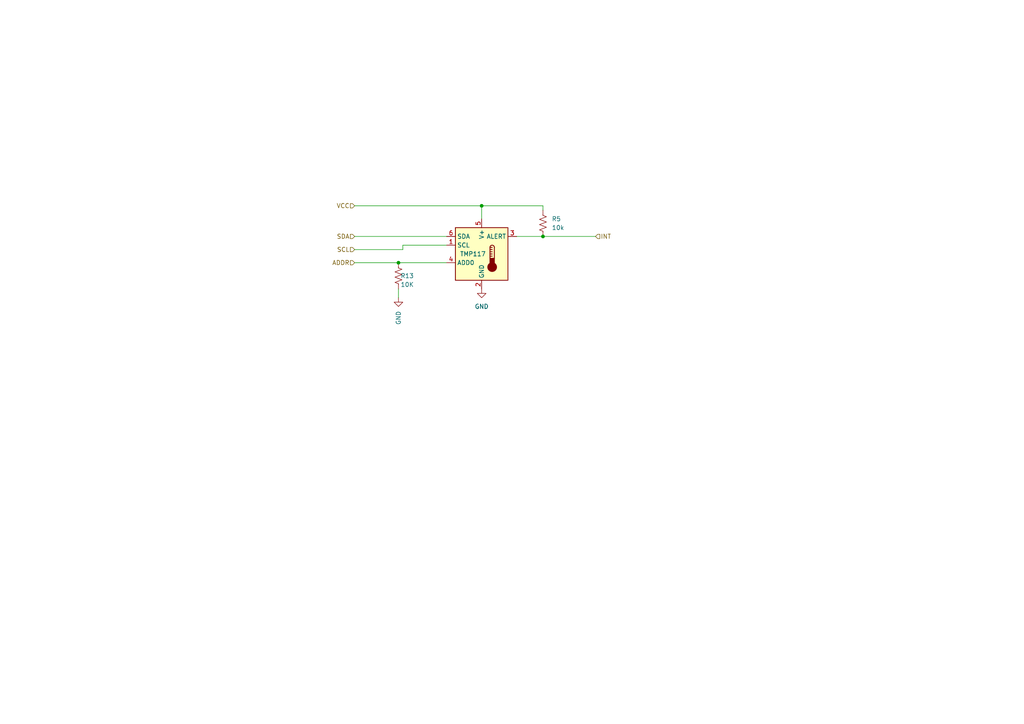
<source format=kicad_sch>
(kicad_sch (version 20230121) (generator eeschema)
  (paper "A4")
  (lib_symbols
    (symbol "Device:R_US" (pin_numbers hide) (pin_names (offset 0))
      (property "Reference" "R" (at 2.54 0 90))
      (property "Value" "R_US" (at -2.54 0 90))
      (symbol "R_US_0_1"
        (polyline (pts (xy 0 -2.286) (xy 0 -2.54)))
        (polyline (pts (xy 0 2.286) (xy 0 2.54)))
        (polyline (pts (xy 0 -0.762) (xy 1.016 -1.143) (xy 0 -1.524) (xy -1.016 -1.905) (xy 0 -2.286)))
        (polyline (pts (xy 0 0.762) (xy 1.016 0.381) (xy 0 0) (xy -1.016 -0.381) (xy 0 -0.762)))
        (polyline (pts (xy 0 2.286) (xy 1.016 1.905) (xy 0 1.524) (xy -1.016 1.143) (xy 0 0.762)))
      )
      (symbol "R_US_1_1"
        (pin passive line (at 0 3.81 270) (length 1.27) (name "~") (number "1"))
        (pin passive line (at 0 -3.81 90) (length 1.27) (name "~") (number "2"))
      )
    )
    (symbol "Sensor_Temperature:TMP117xxDRV"
      (property "Reference" "U" (at -2.54 10.795 0))
      (property "Value" "TMP117xxDRV" (at -2.54 8.89 0))
      (symbol "TMP117xxDRV_0_1"
        (rectangle (start -7.62 7.62) (end 7.62 -7.62) (stroke (width 0.254)) (fill (type background)))
      )
      (symbol "TMP117xxDRV_1_1"
        (polyline (pts (xy 2.413 -0.635) (xy 3.048 -0.635)) (stroke (width 0.254)))
        (polyline (pts (xy 2.413 0) (xy 3.048 0)) (stroke (width 0.254)))
        (polyline (pts (xy 2.413 0.635) (xy 3.048 0.635)) (stroke (width 0.254)))
        (polyline (pts (xy 2.413 1.27) (xy 3.048 1.27)) (stroke (width 0.254)))
        (polyline (pts (xy 2.413 1.905) (xy 2.413 -1.27)) (stroke (width 0.254)))
        (polyline (pts (xy 2.413 1.905) (xy 3.048 1.905)) (stroke (width 0.254)))
        (polyline (pts (xy 3.683 1.905) (xy 3.683 -1.27)) (stroke (width 0.254)))
        (circle (center 3.048 -3.81) (radius 1.27) (stroke (width 0.254)) (fill (type outline)))
        (rectangle (start 3.683 -3.175) (end 2.413 -1.27) (stroke (width 0.254)) (fill (type outline)))
        (arc (start 3.683 1.905) (mid 3.048 2.5373) (end 2.413 1.905) (stroke (width 0.254)))
        (pin input line (at -10.16 2.54 0) (length 2.54) (name "SCL") (number "1"))
        (pin power_in line (at 0 -10.16 90) (length 2.54) (name "GND") (number "2"))
        (pin open_collector line (at 10.16 5.08 180) (length 2.54) (name "ALERT") (number "3"))
        (pin input line (at -10.16 -2.54 0) (length 2.54) (name "ADD0") (number "4"))
        (pin power_in line (at 0 10.16 270) (length 2.54) (name "V+") (number "5"))
        (pin bidirectional line (at -10.16 5.08 0) (length 2.54) (name "SDA") (number "6"))
      )
    )
    (symbol "power:GND" (power) (pin_names (offset 0))
      (property "Value" "GND" (at 0 -3.81 0))
      (symbol "GND_0_1"
        (polyline (pts (xy 0 0) (xy 0 -1.27) (xy 1.27 -1.27) (xy 0 -2.54) (xy -1.27 -1.27) (xy 0 -1.27)))
      )
      (symbol "GND_1_1"
        (pin power_in line (at 0 0 270) (length 0) hide (name "GND") (number "1"))
      )
    )
  )
  (junction (at 139.7 59.69))
  (junction (at 115.57 76.2))
  (junction (at 157.48 68.58))
  (wire (pts (xy 129.54 71.12) (xy 116.84 71.12)))
  (wire (pts (xy 157.48 68.58) (xy 172.72 68.58)))
  (wire (pts (xy 102.87 76.2) (xy 115.57 76.2)))
  (wire (pts (xy 139.7 59.69) (xy 157.48 59.69)))
  (wire (pts (xy 102.87 59.69) (xy 139.7 59.69)))
  (wire (pts (xy 102.87 72.39) (xy 116.84 72.39)))
  (wire (pts (xy 115.57 86.36) (xy 115.57 83.82)))
  (wire (pts (xy 139.7 59.69) (xy 139.7 63.5)))
  (wire (pts (xy 149.86 68.58) (xy 157.48 68.58)))
  (wire (pts (xy 157.48 59.69) (xy 157.48 60.96)))
  (wire (pts (xy 115.57 76.2) (xy 129.54 76.2)))
  (wire (pts (xy 102.87 68.58) (xy 129.54 68.58)))
  (wire (pts (xy 116.84 71.12) (xy 116.84 72.39)))
  (hierarchical_label "ADDR" (shape input) (at 102.87 76.2 180))
  (hierarchical_label "INT" (shape input) (at 172.72 68.58 0))
  (hierarchical_label "SDA" (shape input) (at 102.87 68.58 180))
  (hierarchical_label "SCL" (shape input) (at 102.87 72.39 180))
  (hierarchical_label "VCC" (shape input) (at 102.87 59.69 180))
  (symbol (lib_id "power:GND") (at 139.7 83.82 0) (unit 1)
    (property "Reference" "#PWR03" (effects hide))
    (property "Value" "GND" (at 139.7 88.9 0))
  )
  (symbol (lib_id "Device:R_US") (at 157.48 64.77 0) (unit 1)
    (property "Reference" "R5" (at 160.02 63.5 0) (effects (justify left)))
    (property "Value" "10k" (at 160.02 66.04 0) (effects (justify left)))
    (property "Footprint" "Resistor_SMD:R_0805_2012Metric" (effects hide))
  )
  (symbol (lib_id "Sensor_Temperature:TMP117xxDRV") (at 139.7 73.66 0) (unit 1)
    (property "Reference" "U2" (effects hide))
    (property "Value" "TMP117" (at 137.16 73.66 0))
    (property "Footprint" "Package_SON:WSON-6-1EP_2x2mm_P0.65mm_EP1x1.6mm" (effects hide))
    (property "Datasheet" "https://www.ti.com/lit/ds/symlink/tmp117.pdf" (effects hide))
    (property "Sim.Enable" "0" (effects hide))
  )
  (symbol (lib_id "power:GND") (at 115.57 86.36 0) (unit 1)
    (property "Reference" "#PWR09" (effects hide))
    (property "Value" "GND" (at 115.57 90.17 90) (effects (justify right)))
  )
  (symbol (lib_id "Device:R_US") (at 115.57 80.01 180) (unit 1)
    (property "Reference" "R13" (at 118.11 80.01 0))
    (property "Value" "10K" (at 118.11 82.55 0))
    (property "Footprint" "Resistor_SMD:R_0805_2012Metric" (effects hide))
  )
)
</source>
